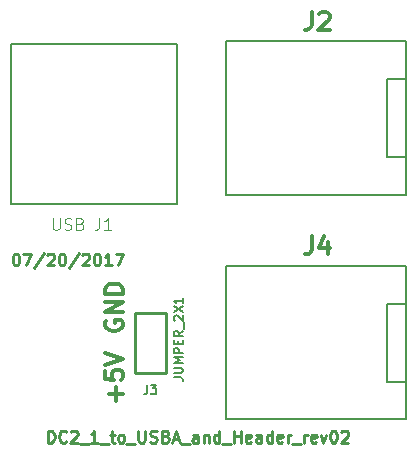
<source format=gbr>
G04 #@! TF.FileFunction,Legend,Top*
%FSLAX46Y46*%
G04 Gerber Fmt 4.6, Leading zero omitted, Abs format (unit mm)*
G04 Created by KiCad (PCBNEW 4.0.6-e0-6349~53~ubuntu16.04.1) date Thu Jul 20 21:21:51 2017*
%MOMM*%
%LPD*%
G01*
G04 APERTURE LIST*
%ADD10C,0.150000*%
%ADD11C,0.250000*%
%ADD12C,0.300000*%
%ADD13C,0.127000*%
%ADD14C,0.200660*%
%ADD15C,0.254000*%
%ADD16C,0.304800*%
%ADD17C,0.099060*%
%ADD18C,0.190500*%
G04 APERTURE END LIST*
D10*
D11*
X21571428Y-38452381D02*
X21666667Y-38452381D01*
X21761905Y-38500000D01*
X21809524Y-38547619D01*
X21857143Y-38642857D01*
X21904762Y-38833333D01*
X21904762Y-39071429D01*
X21857143Y-39261905D01*
X21809524Y-39357143D01*
X21761905Y-39404762D01*
X21666667Y-39452381D01*
X21571428Y-39452381D01*
X21476190Y-39404762D01*
X21428571Y-39357143D01*
X21380952Y-39261905D01*
X21333333Y-39071429D01*
X21333333Y-38833333D01*
X21380952Y-38642857D01*
X21428571Y-38547619D01*
X21476190Y-38500000D01*
X21571428Y-38452381D01*
X22238095Y-38452381D02*
X22904762Y-38452381D01*
X22476190Y-39452381D01*
X24000000Y-38404762D02*
X23142857Y-39690476D01*
X24285714Y-38547619D02*
X24333333Y-38500000D01*
X24428571Y-38452381D01*
X24666667Y-38452381D01*
X24761905Y-38500000D01*
X24809524Y-38547619D01*
X24857143Y-38642857D01*
X24857143Y-38738095D01*
X24809524Y-38880952D01*
X24238095Y-39452381D01*
X24857143Y-39452381D01*
X25476190Y-38452381D02*
X25571429Y-38452381D01*
X25666667Y-38500000D01*
X25714286Y-38547619D01*
X25761905Y-38642857D01*
X25809524Y-38833333D01*
X25809524Y-39071429D01*
X25761905Y-39261905D01*
X25714286Y-39357143D01*
X25666667Y-39404762D01*
X25571429Y-39452381D01*
X25476190Y-39452381D01*
X25380952Y-39404762D01*
X25333333Y-39357143D01*
X25285714Y-39261905D01*
X25238095Y-39071429D01*
X25238095Y-38833333D01*
X25285714Y-38642857D01*
X25333333Y-38547619D01*
X25380952Y-38500000D01*
X25476190Y-38452381D01*
X26952381Y-38404762D02*
X26095238Y-39690476D01*
X27238095Y-38547619D02*
X27285714Y-38500000D01*
X27380952Y-38452381D01*
X27619048Y-38452381D01*
X27714286Y-38500000D01*
X27761905Y-38547619D01*
X27809524Y-38642857D01*
X27809524Y-38738095D01*
X27761905Y-38880952D01*
X27190476Y-39452381D01*
X27809524Y-39452381D01*
X28428571Y-38452381D02*
X28523810Y-38452381D01*
X28619048Y-38500000D01*
X28666667Y-38547619D01*
X28714286Y-38642857D01*
X28761905Y-38833333D01*
X28761905Y-39071429D01*
X28714286Y-39261905D01*
X28666667Y-39357143D01*
X28619048Y-39404762D01*
X28523810Y-39452381D01*
X28428571Y-39452381D01*
X28333333Y-39404762D01*
X28285714Y-39357143D01*
X28238095Y-39261905D01*
X28190476Y-39071429D01*
X28190476Y-38833333D01*
X28238095Y-38642857D01*
X28285714Y-38547619D01*
X28333333Y-38500000D01*
X28428571Y-38452381D01*
X29714286Y-39452381D02*
X29142857Y-39452381D01*
X29428571Y-39452381D02*
X29428571Y-38452381D01*
X29333333Y-38595238D01*
X29238095Y-38690476D01*
X29142857Y-38738095D01*
X30047619Y-38452381D02*
X30714286Y-38452381D01*
X30285714Y-39452381D01*
X24309522Y-54452381D02*
X24309522Y-53452381D01*
X24547617Y-53452381D01*
X24690475Y-53500000D01*
X24785713Y-53595238D01*
X24833332Y-53690476D01*
X24880951Y-53880952D01*
X24880951Y-54023810D01*
X24833332Y-54214286D01*
X24785713Y-54309524D01*
X24690475Y-54404762D01*
X24547617Y-54452381D01*
X24309522Y-54452381D01*
X25880951Y-54357143D02*
X25833332Y-54404762D01*
X25690475Y-54452381D01*
X25595237Y-54452381D01*
X25452379Y-54404762D01*
X25357141Y-54309524D01*
X25309522Y-54214286D01*
X25261903Y-54023810D01*
X25261903Y-53880952D01*
X25309522Y-53690476D01*
X25357141Y-53595238D01*
X25452379Y-53500000D01*
X25595237Y-53452381D01*
X25690475Y-53452381D01*
X25833332Y-53500000D01*
X25880951Y-53547619D01*
X26261903Y-53547619D02*
X26309522Y-53500000D01*
X26404760Y-53452381D01*
X26642856Y-53452381D01*
X26738094Y-53500000D01*
X26785713Y-53547619D01*
X26833332Y-53642857D01*
X26833332Y-53738095D01*
X26785713Y-53880952D01*
X26214284Y-54452381D01*
X26833332Y-54452381D01*
X27023808Y-54547619D02*
X27785713Y-54547619D01*
X28547618Y-54452381D02*
X27976189Y-54452381D01*
X28261903Y-54452381D02*
X28261903Y-53452381D01*
X28166665Y-53595238D01*
X28071427Y-53690476D01*
X27976189Y-53738095D01*
X28738094Y-54547619D02*
X29499999Y-54547619D01*
X29595237Y-53785714D02*
X29976189Y-53785714D01*
X29738094Y-53452381D02*
X29738094Y-54309524D01*
X29785713Y-54404762D01*
X29880951Y-54452381D01*
X29976189Y-54452381D01*
X30452380Y-54452381D02*
X30357142Y-54404762D01*
X30309523Y-54357143D01*
X30261904Y-54261905D01*
X30261904Y-53976190D01*
X30309523Y-53880952D01*
X30357142Y-53833333D01*
X30452380Y-53785714D01*
X30595238Y-53785714D01*
X30690476Y-53833333D01*
X30738095Y-53880952D01*
X30785714Y-53976190D01*
X30785714Y-54261905D01*
X30738095Y-54357143D01*
X30690476Y-54404762D01*
X30595238Y-54452381D01*
X30452380Y-54452381D01*
X30976190Y-54547619D02*
X31738095Y-54547619D01*
X31976190Y-53452381D02*
X31976190Y-54261905D01*
X32023809Y-54357143D01*
X32071428Y-54404762D01*
X32166666Y-54452381D01*
X32357143Y-54452381D01*
X32452381Y-54404762D01*
X32500000Y-54357143D01*
X32547619Y-54261905D01*
X32547619Y-53452381D01*
X32976190Y-54404762D02*
X33119047Y-54452381D01*
X33357143Y-54452381D01*
X33452381Y-54404762D01*
X33500000Y-54357143D01*
X33547619Y-54261905D01*
X33547619Y-54166667D01*
X33500000Y-54071429D01*
X33452381Y-54023810D01*
X33357143Y-53976190D01*
X33166666Y-53928571D01*
X33071428Y-53880952D01*
X33023809Y-53833333D01*
X32976190Y-53738095D01*
X32976190Y-53642857D01*
X33023809Y-53547619D01*
X33071428Y-53500000D01*
X33166666Y-53452381D01*
X33404762Y-53452381D01*
X33547619Y-53500000D01*
X34309524Y-53928571D02*
X34452381Y-53976190D01*
X34500000Y-54023810D01*
X34547619Y-54119048D01*
X34547619Y-54261905D01*
X34500000Y-54357143D01*
X34452381Y-54404762D01*
X34357143Y-54452381D01*
X33976190Y-54452381D01*
X33976190Y-53452381D01*
X34309524Y-53452381D01*
X34404762Y-53500000D01*
X34452381Y-53547619D01*
X34500000Y-53642857D01*
X34500000Y-53738095D01*
X34452381Y-53833333D01*
X34404762Y-53880952D01*
X34309524Y-53928571D01*
X33976190Y-53928571D01*
X34928571Y-54166667D02*
X35404762Y-54166667D01*
X34833333Y-54452381D02*
X35166666Y-53452381D01*
X35500000Y-54452381D01*
X35595238Y-54547619D02*
X36357143Y-54547619D01*
X37023810Y-54452381D02*
X37023810Y-53928571D01*
X36976191Y-53833333D01*
X36880953Y-53785714D01*
X36690476Y-53785714D01*
X36595238Y-53833333D01*
X37023810Y-54404762D02*
X36928572Y-54452381D01*
X36690476Y-54452381D01*
X36595238Y-54404762D01*
X36547619Y-54309524D01*
X36547619Y-54214286D01*
X36595238Y-54119048D01*
X36690476Y-54071429D01*
X36928572Y-54071429D01*
X37023810Y-54023810D01*
X37500000Y-53785714D02*
X37500000Y-54452381D01*
X37500000Y-53880952D02*
X37547619Y-53833333D01*
X37642857Y-53785714D01*
X37785715Y-53785714D01*
X37880953Y-53833333D01*
X37928572Y-53928571D01*
X37928572Y-54452381D01*
X38833334Y-54452381D02*
X38833334Y-53452381D01*
X38833334Y-54404762D02*
X38738096Y-54452381D01*
X38547619Y-54452381D01*
X38452381Y-54404762D01*
X38404762Y-54357143D01*
X38357143Y-54261905D01*
X38357143Y-53976190D01*
X38404762Y-53880952D01*
X38452381Y-53833333D01*
X38547619Y-53785714D01*
X38738096Y-53785714D01*
X38833334Y-53833333D01*
X39071429Y-54547619D02*
X39833334Y-54547619D01*
X40071429Y-54452381D02*
X40071429Y-53452381D01*
X40071429Y-53928571D02*
X40642858Y-53928571D01*
X40642858Y-54452381D02*
X40642858Y-53452381D01*
X41500001Y-54404762D02*
X41404763Y-54452381D01*
X41214286Y-54452381D01*
X41119048Y-54404762D01*
X41071429Y-54309524D01*
X41071429Y-53928571D01*
X41119048Y-53833333D01*
X41214286Y-53785714D01*
X41404763Y-53785714D01*
X41500001Y-53833333D01*
X41547620Y-53928571D01*
X41547620Y-54023810D01*
X41071429Y-54119048D01*
X42404763Y-54452381D02*
X42404763Y-53928571D01*
X42357144Y-53833333D01*
X42261906Y-53785714D01*
X42071429Y-53785714D01*
X41976191Y-53833333D01*
X42404763Y-54404762D02*
X42309525Y-54452381D01*
X42071429Y-54452381D01*
X41976191Y-54404762D01*
X41928572Y-54309524D01*
X41928572Y-54214286D01*
X41976191Y-54119048D01*
X42071429Y-54071429D01*
X42309525Y-54071429D01*
X42404763Y-54023810D01*
X43309525Y-54452381D02*
X43309525Y-53452381D01*
X43309525Y-54404762D02*
X43214287Y-54452381D01*
X43023810Y-54452381D01*
X42928572Y-54404762D01*
X42880953Y-54357143D01*
X42833334Y-54261905D01*
X42833334Y-53976190D01*
X42880953Y-53880952D01*
X42928572Y-53833333D01*
X43023810Y-53785714D01*
X43214287Y-53785714D01*
X43309525Y-53833333D01*
X44166668Y-54404762D02*
X44071430Y-54452381D01*
X43880953Y-54452381D01*
X43785715Y-54404762D01*
X43738096Y-54309524D01*
X43738096Y-53928571D01*
X43785715Y-53833333D01*
X43880953Y-53785714D01*
X44071430Y-53785714D01*
X44166668Y-53833333D01*
X44214287Y-53928571D01*
X44214287Y-54023810D01*
X43738096Y-54119048D01*
X44642858Y-54452381D02*
X44642858Y-53785714D01*
X44642858Y-53976190D02*
X44690477Y-53880952D01*
X44738096Y-53833333D01*
X44833334Y-53785714D01*
X44928573Y-53785714D01*
X45023811Y-54547619D02*
X45785716Y-54547619D01*
X46023811Y-54452381D02*
X46023811Y-53785714D01*
X46023811Y-53976190D02*
X46071430Y-53880952D01*
X46119049Y-53833333D01*
X46214287Y-53785714D01*
X46309526Y-53785714D01*
X47023812Y-54404762D02*
X46928574Y-54452381D01*
X46738097Y-54452381D01*
X46642859Y-54404762D01*
X46595240Y-54309524D01*
X46595240Y-53928571D01*
X46642859Y-53833333D01*
X46738097Y-53785714D01*
X46928574Y-53785714D01*
X47023812Y-53833333D01*
X47071431Y-53928571D01*
X47071431Y-54023810D01*
X46595240Y-54119048D01*
X47404764Y-53785714D02*
X47642859Y-54452381D01*
X47880955Y-53785714D01*
X48452383Y-53452381D02*
X48547622Y-53452381D01*
X48642860Y-53500000D01*
X48690479Y-53547619D01*
X48738098Y-53642857D01*
X48785717Y-53833333D01*
X48785717Y-54071429D01*
X48738098Y-54261905D01*
X48690479Y-54357143D01*
X48642860Y-54404762D01*
X48547622Y-54452381D01*
X48452383Y-54452381D01*
X48357145Y-54404762D01*
X48309526Y-54357143D01*
X48261907Y-54261905D01*
X48214288Y-54071429D01*
X48214288Y-53833333D01*
X48261907Y-53642857D01*
X48309526Y-53547619D01*
X48357145Y-53500000D01*
X48452383Y-53452381D01*
X49166669Y-53547619D02*
X49214288Y-53500000D01*
X49309526Y-53452381D01*
X49547622Y-53452381D01*
X49642860Y-53500000D01*
X49690479Y-53547619D01*
X49738098Y-53642857D01*
X49738098Y-53738095D01*
X49690479Y-53880952D01*
X49119050Y-54452381D01*
X49738098Y-54452381D01*
D12*
X30107143Y-50928571D02*
X30107143Y-49785714D01*
X30678571Y-50357143D02*
X29535714Y-50357143D01*
X29178571Y-48357142D02*
X29178571Y-49071428D01*
X29892857Y-49142857D01*
X29821429Y-49071428D01*
X29750000Y-48928571D01*
X29750000Y-48571428D01*
X29821429Y-48428571D01*
X29892857Y-48357142D01*
X30035714Y-48285714D01*
X30392857Y-48285714D01*
X30535714Y-48357142D01*
X30607143Y-48428571D01*
X30678571Y-48571428D01*
X30678571Y-48928571D01*
X30607143Y-49071428D01*
X30535714Y-49142857D01*
X29178571Y-47857143D02*
X30678571Y-47357143D01*
X29178571Y-46857143D01*
X29250000Y-44142857D02*
X29178571Y-44285714D01*
X29178571Y-44500000D01*
X29250000Y-44714285D01*
X29392857Y-44857143D01*
X29535714Y-44928571D01*
X29821429Y-45000000D01*
X30035714Y-45000000D01*
X30321429Y-44928571D01*
X30464286Y-44857143D01*
X30607143Y-44714285D01*
X30678571Y-44500000D01*
X30678571Y-44357143D01*
X30607143Y-44142857D01*
X30535714Y-44071428D01*
X30035714Y-44071428D01*
X30035714Y-44357143D01*
X30678571Y-43428571D02*
X29178571Y-43428571D01*
X30678571Y-42571428D01*
X29178571Y-42571428D01*
X30678571Y-41857142D02*
X29178571Y-41857142D01*
X29178571Y-41499999D01*
X29250000Y-41285714D01*
X29392857Y-41142856D01*
X29535714Y-41071428D01*
X29821429Y-40999999D01*
X30035714Y-40999999D01*
X30321429Y-41071428D01*
X30464286Y-41142856D01*
X30607143Y-41285714D01*
X30678571Y-41499999D01*
X30678571Y-41857142D01*
D13*
X54600000Y-23700000D02*
X53050000Y-23700000D01*
X53050000Y-23700000D02*
X53050000Y-30300000D01*
X53050000Y-30300000D02*
X54575000Y-30300000D01*
D14*
X39400320Y-20497600D02*
X54599680Y-20497600D01*
X54599680Y-20497600D02*
X54599680Y-33502400D01*
X54599680Y-33502400D02*
X39400320Y-33502400D01*
X39400320Y-33502400D02*
X39400320Y-20497600D01*
D13*
X35230000Y-20725000D02*
X35230000Y-34275000D01*
X35230000Y-34275000D02*
X21170000Y-34275000D01*
X21170000Y-34275000D02*
X21170000Y-20725000D01*
X35230000Y-20725000D02*
X21170000Y-20725000D01*
D15*
X31730000Y-43500000D02*
X31730000Y-48500000D01*
X31730000Y-43480000D02*
X34270000Y-43480000D01*
X34285240Y-43500000D02*
X34285240Y-48500000D01*
X34285240Y-48535240D02*
X31724920Y-48535240D01*
D13*
X54600000Y-42700000D02*
X53050000Y-42700000D01*
X53050000Y-42700000D02*
X53050000Y-49300000D01*
X53050000Y-49300000D02*
X54575000Y-49300000D01*
D14*
X39400320Y-39497600D02*
X54599680Y-39497600D01*
X54599680Y-39497600D02*
X54599680Y-52502400D01*
X54599680Y-52502400D02*
X39400320Y-52502400D01*
X39400320Y-52502400D02*
X39400320Y-39497600D01*
D16*
X46649480Y-18006949D02*
X46649480Y-19095520D01*
X46576908Y-19313234D01*
X46431765Y-19458377D01*
X46214051Y-19530949D01*
X46068908Y-19530949D01*
X47302623Y-18152091D02*
X47375194Y-18079520D01*
X47520337Y-18006949D01*
X47883194Y-18006949D01*
X48028337Y-18079520D01*
X48100908Y-18152091D01*
X48173480Y-18297234D01*
X48173480Y-18442377D01*
X48100908Y-18660091D01*
X47230051Y-19530949D01*
X48173480Y-19530949D01*
D17*
X28666414Y-35451965D02*
X28666414Y-36166793D01*
X28618758Y-36309759D01*
X28523448Y-36405070D01*
X28380482Y-36452725D01*
X28285172Y-36452725D01*
X29667174Y-36452725D02*
X29095311Y-36452725D01*
X29381242Y-36452725D02*
X29381242Y-35451965D01*
X29285932Y-35594930D01*
X29190621Y-35690241D01*
X29095311Y-35737896D01*
X24737136Y-35451965D02*
X24737136Y-36262104D01*
X24784791Y-36357414D01*
X24832447Y-36405070D01*
X24927757Y-36452725D01*
X25118378Y-36452725D01*
X25213689Y-36405070D01*
X25261344Y-36357414D01*
X25308999Y-36262104D01*
X25308999Y-35451965D01*
X25737896Y-36405070D02*
X25880862Y-36452725D01*
X26119138Y-36452725D01*
X26214448Y-36405070D01*
X26262104Y-36357414D01*
X26309759Y-36262104D01*
X26309759Y-36166793D01*
X26262104Y-36071483D01*
X26214448Y-36023828D01*
X26119138Y-35976172D01*
X25928517Y-35928517D01*
X25833206Y-35880862D01*
X25785551Y-35833207D01*
X25737896Y-35737896D01*
X25737896Y-35642586D01*
X25785551Y-35547275D01*
X25833206Y-35499620D01*
X25928517Y-35451965D01*
X26166793Y-35451965D01*
X26309759Y-35499620D01*
X27072243Y-35928517D02*
X27215209Y-35976172D01*
X27262864Y-36023828D01*
X27310519Y-36119138D01*
X27310519Y-36262104D01*
X27262864Y-36357414D01*
X27215209Y-36405070D01*
X27119898Y-36452725D01*
X26738656Y-36452725D01*
X26738656Y-35451965D01*
X27072243Y-35451965D01*
X27167553Y-35499620D01*
X27215209Y-35547275D01*
X27262864Y-35642586D01*
X27262864Y-35737896D01*
X27215209Y-35833207D01*
X27167553Y-35880862D01*
X27072243Y-35928517D01*
X26738656Y-35928517D01*
D18*
X32746001Y-49582714D02*
X32746001Y-50127000D01*
X32709715Y-50235857D01*
X32637144Y-50308429D01*
X32528287Y-50344714D01*
X32455715Y-50344714D01*
X33036286Y-49582714D02*
X33508000Y-49582714D01*
X33254000Y-49873000D01*
X33362858Y-49873000D01*
X33435429Y-49909286D01*
X33471715Y-49945571D01*
X33508000Y-50018143D01*
X33508000Y-50199571D01*
X33471715Y-50272143D01*
X33435429Y-50308429D01*
X33362858Y-50344714D01*
X33145143Y-50344714D01*
X33072572Y-50308429D01*
X33036286Y-50272143D01*
X34982714Y-48911285D02*
X35527000Y-48911285D01*
X35635857Y-48947571D01*
X35708429Y-49020142D01*
X35744714Y-49128999D01*
X35744714Y-49201571D01*
X34982714Y-48548428D02*
X35599571Y-48548428D01*
X35672143Y-48512143D01*
X35708429Y-48475857D01*
X35744714Y-48403286D01*
X35744714Y-48258143D01*
X35708429Y-48185571D01*
X35672143Y-48149286D01*
X35599571Y-48113000D01*
X34982714Y-48113000D01*
X35744714Y-47750142D02*
X34982714Y-47750142D01*
X35527000Y-47496142D01*
X34982714Y-47242142D01*
X35744714Y-47242142D01*
X35744714Y-46879285D02*
X34982714Y-46879285D01*
X34982714Y-46589000D01*
X35019000Y-46516428D01*
X35055286Y-46480143D01*
X35127857Y-46443857D01*
X35236714Y-46443857D01*
X35309286Y-46480143D01*
X35345571Y-46516428D01*
X35381857Y-46589000D01*
X35381857Y-46879285D01*
X35345571Y-46117285D02*
X35345571Y-45863285D01*
X35744714Y-45754428D02*
X35744714Y-46117285D01*
X34982714Y-46117285D01*
X34982714Y-45754428D01*
X35744714Y-44992428D02*
X35381857Y-45246428D01*
X35744714Y-45427856D02*
X34982714Y-45427856D01*
X34982714Y-45137571D01*
X35019000Y-45064999D01*
X35055286Y-45028714D01*
X35127857Y-44992428D01*
X35236714Y-44992428D01*
X35309286Y-45028714D01*
X35345571Y-45064999D01*
X35381857Y-45137571D01*
X35381857Y-45427856D01*
X35817286Y-44847285D02*
X35817286Y-44266714D01*
X35055286Y-44121571D02*
X35019000Y-44085285D01*
X34982714Y-44012714D01*
X34982714Y-43831285D01*
X35019000Y-43758714D01*
X35055286Y-43722428D01*
X35127857Y-43686143D01*
X35200429Y-43686143D01*
X35309286Y-43722428D01*
X35744714Y-44157857D01*
X35744714Y-43686143D01*
X34982714Y-43432143D02*
X35744714Y-42924143D01*
X34982714Y-42924143D02*
X35744714Y-43432143D01*
X35744714Y-42234715D02*
X35744714Y-42670143D01*
X35744714Y-42452429D02*
X34982714Y-42452429D01*
X35091571Y-42525000D01*
X35164143Y-42597572D01*
X35200429Y-42670143D01*
D16*
X46649480Y-37006949D02*
X46649480Y-38095520D01*
X46576908Y-38313234D01*
X46431765Y-38458377D01*
X46214051Y-38530949D01*
X46068908Y-38530949D01*
X48028337Y-37514949D02*
X48028337Y-38530949D01*
X47665480Y-36934377D02*
X47302623Y-38022949D01*
X48246051Y-38022949D01*
M02*

</source>
